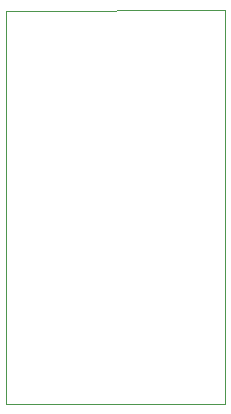
<source format=gbr>
%TF.GenerationSoftware,KiCad,Pcbnew,(6.0.9-0)*%
%TF.CreationDate,2023-01-16T20:49:35+01:00*%
%TF.ProjectId,ray2,72617932-2e6b-4696-9361-645f70636258,rev?*%
%TF.SameCoordinates,Original*%
%TF.FileFunction,Profile,NP*%
%FSLAX46Y46*%
G04 Gerber Fmt 4.6, Leading zero omitted, Abs format (unit mm)*
G04 Created by KiCad (PCBNEW (6.0.9-0)) date 2023-01-16 20:49:35*
%MOMM*%
%LPD*%
G01*
G04 APERTURE LIST*
%TA.AperFunction,Profile*%
%ADD10C,0.100000*%
%TD*%
G04 APERTURE END LIST*
D10*
X149606000Y-87249000D02*
X149606000Y-120564000D01*
X149606000Y-120564000D02*
X131064000Y-120564000D01*
X131064000Y-87290000D02*
X149606000Y-87249000D01*
X131064000Y-120564000D02*
X131064000Y-87290000D01*
M02*

</source>
